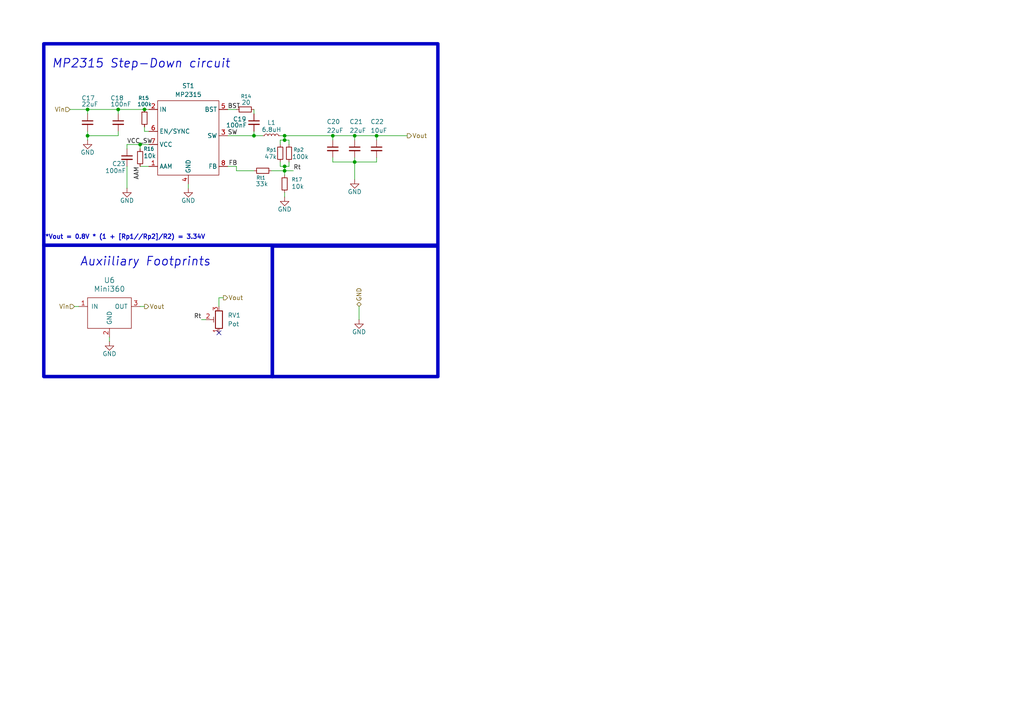
<source format=kicad_sch>
(kicad_sch (version 20250114) (generator "eeschema") (generator_version "9.0")
  (paper "A4")
  (lib_symbols
    (symbol "Device:C_Small" (pin_numbers (hide yes)) (pin_names (offset 0.254) (hide yes))
      (property "Reference" "C" (at 0.254 1.778 0))
      (property "Value" "C_Small" (at 0.254 -2.032 0))
      (symbol "C_Small_0_1"
        (polyline (pts (xy -1.524 0.508) (xy 1.524 0.508)) (stroke (width 0.3048)))
        (polyline (pts (xy -1.524 -0.508) (xy 1.524 -0.508)) (stroke (width 0.3302)))
      )
      (symbol "C_Small_1_1"
        (pin passive line (at 0 2.54 270) (length 2.032) (name "~") (number "1"))
        (pin passive line (at 0 -2.54 90) (length 2.032) (name "~") (number "2"))
      )
    )
    (symbol "Device:L_Small" (pin_numbers (hide yes)) (pin_names (offset 0.254) (hide yes))
      (property "Reference" "L" (at 0.762 1.016 0))
      (property "Value" "L_Small" (at 0.762 -1.016 0))
      (symbol "L_Small_0_1"
        (arc (start 0 2.032) (mid 0.5058 1.524) (end 0 1.016))
        (arc (start 0 1.016) (mid 0.5058 0.508) (end 0 0))
        (arc (start 0 0) (mid 0.5058 -0.508) (end 0 -1.016))
        (arc (start 0 -1.016) (mid 0.5058 -1.524) (end 0 -2.032))
      )
      (symbol "L_Small_1_1"
        (pin passive line (at 0 2.54 270) (length 0.508) (name "~") (number "1"))
        (pin passive line (at 0 -2.54 90) (length 0.508) (name "~") (number "2"))
      )
    )
    (symbol "Device:R_Potentiometer_Trim" (pin_names (offset 1.016) (hide yes))
      (property "Reference" "RV" (at -4.445 0 90))
      (property "Value" "R_Potentiometer_Trim" (at -2.54 0 90))
      (symbol "R_Potentiometer_Trim_0_1"
        (rectangle (start 1.016 2.54) (end -1.016 -2.54) (stroke (width 0.254)))
        (polyline (pts (xy 1.524 0.762) (xy 1.524 -0.762)))
        (polyline (pts (xy 2.54 0) (xy 1.524 0)))
      )
      (symbol "R_Potentiometer_Trim_1_1"
        (pin passive line (at 0 3.81 270) (length 1.27) (name "1") (number "1"))
        (pin passive line (at 0 -3.81 90) (length 1.27) (name "3") (number "3"))
        (pin passive line (at 3.81 0 180) (length 1.27) (name "2") (number "2"))
      )
    )
    (symbol "Device:R_Small" (pin_numbers (hide yes)) (pin_names (offset 0.254) (hide yes))
      (property "Reference" "R" (at 0 0 90))
      (property "Value" "R_Small" (at 1.778 0 90))
      (symbol "R_Small_0_1"
        (rectangle (start -0.762 1.778) (end 0.762 -1.778) (stroke (width 0.2032)))
      )
      (symbol "R_Small_1_1"
        (pin passive line (at 0 2.54 270) (length 0.762) (name "~") (number "1"))
        (pin passive line (at 0 -2.54 90) (length 0.762) (name "~") (number "2"))
      )
    )
    (symbol "MixLib:MP2315GJ"
      (property "Reference" "U" (at -3.556 7.62 0))
      (property "Value" "MP2315" (at -0.508 5.588 0))
      (symbol "MP2315GJ_0_1"
        (rectangle (start -8.89 10.16) (end 8.89 -11.43))
      )
      (symbol "MP2315GJ_1_1"
        (pin power_in line (at -11.43 7.62 0) (length 2.54) (name "IN") (number "2"))
        (pin bidirectional line (at -11.43 1.27 0) (length 2.54) (name "EN/SYNC") (number "6"))
        (pin output line (at -11.43 -2.54 0) (length 2.54) (name "VCC") (number "7"))
        (pin input line (at -11.43 -8.89 0) (length 2.54) (name "AAM") (number "1"))
        (pin power_in line (at 0 -13.97 90) (length 2.54) (name "GND") (number "4"))
        (pin input line (at 11.43 7.62 180) (length 2.54) (name "BST") (number "5"))
        (pin bidirectional line (at 11.43 0 180) (length 2.54) (name "SW") (number "3"))
        (pin bidirectional line (at 11.43 -8.89 180) (length 2.54) (name "FB") (number "8"))
      )
    )
    (symbol "MixLib:Mini360" (pin_names (offset 1.016))
      (property "Reference" "U" (at -8.89 -1.016 0))
      (property "Value" "Mini360" (at -4.572 8.128 0))
      (symbol "Mini360_1_1"
        (rectangle (start -10.16 6.35) (end 2.54 -2.54))
        (pin power_in line (at -12.7 3.81 0) (length 2.54) (name "IN") (number "1"))
        (pin power_out line (at -3.81 -5.08 90) (length 2.54) (name "GND") (number "2"))
        (pin power_out line (at 5.08 3.81 180) (length 2.54) (name "OUT") (number "3"))
      )
    )
    (symbol "power:GND" (power) (pin_numbers (hide yes)) (pin_names (offset 0) (hide yes))
      (property "Value" "GND" (at 0 -3.81 0))
      (symbol "GND_0_1"
        (polyline (pts (xy 0 0) (xy 0 -1.27) (xy 1.27 -1.27) (xy 0 -2.54) (xy -1.27 -1.27) (xy 0 -1.27)))
      )
      (symbol "GND_1_1"
        (pin power_in line (at 0 0 270) (length 0) (name "~") (number "1"))
      )
    )
  )
  (rectangle (start 12.7 12.7) (end 127 71.12) (stroke (width 1)))
  (rectangle (start 78.994 71.374) (end 127 109.22) (stroke (width 1)))
  (rectangle (start 12.7 71.12) (end 78.994 109.22) (stroke (width 1)))
  (text "*Vout = 0.8V * (1 + [Rp1//Rp2]/R2) = 3.34V" (at 36.322 68.834 0) (effects (font (size 1.27 1.27) (thickness 0.254) (bold yes))))
  (text "Auxiiliary Footprints\n\n" (at 42.164 77.978 0) (effects (font (size 2.5 2.5) (thickness 0.254) (bold yes) (italic yes))))
  (text "MP2315 Step-Down circuit\n" (at 40.894 18.542 0) (effects (font (size 2.5 2.5) (thickness 0.254) (bold yes) (italic yes))))
  (junction (at 82.55 39.37))
  (junction (at 25.4 39.37))
  (junction (at 34.29 31.75))
  (junction (at 102.87 46.99))
  (junction (at 82.55 48.26))
  (junction (at 41.91 31.75))
  (junction (at 73.66 39.37))
  (junction (at 25.4 31.75))
  (junction (at 96.52 39.37))
  (junction (at 109.22 39.37))
  (junction (at 82.55 49.53))
  (junction (at 40.64 41.91))
  (junction (at 102.87 39.37))
  (junction (at 82.55 40.64))
  (no_connect (at 63.5 96.52))
  (wire (pts (xy 21.59 88.9) (xy 22.86 88.9)))
  (wire (pts (xy 64.77 86.36) (xy 63.5 86.36)))
  (wire (pts (xy 82.55 40.64) (xy 82.55 39.37)))
  (wire (pts (xy 68.58 49.53) (xy 68.58 48.26)))
  (wire (pts (xy 109.22 39.37) (xy 118.11 39.37)))
  (wire (pts (xy 102.87 46.99) (xy 102.87 52.07)))
  (wire (pts (xy 109.22 46.99) (xy 109.22 45.72)))
  (wire (pts (xy 34.29 38.1) (xy 34.29 39.37)))
  (wire (pts (xy 82.55 40.64) (xy 83.82 40.64)))
  (wire (pts (xy 96.52 39.37) (xy 96.52 40.64)))
  (wire (pts (xy 36.83 43.18) (xy 36.83 41.91)))
  (wire (pts (xy 41.91 31.75) (xy 43.18 31.75)))
  (wire (pts (xy 102.87 45.72) (xy 102.87 46.99)))
  (wire (pts (xy 96.52 46.99) (xy 102.87 46.99)))
  (wire (pts (xy 81.28 46.99) (xy 81.28 48.26)))
  (wire (pts (xy 25.4 39.37) (xy 34.29 39.37)))
  (wire (pts (xy 41.91 38.1) (xy 43.18 38.1)))
  (wire (pts (xy 73.66 39.37) (xy 76.2 39.37)))
  (wire (pts (xy 82.55 39.37) (xy 96.52 39.37)))
  (wire (pts (xy 104.14 88.9) (xy 104.14 92.71)))
  (wire (pts (xy 81.28 48.26) (xy 82.55 48.26)))
  (wire (pts (xy 25.4 33.02) (xy 25.4 31.75)))
  (wire (pts (xy 82.55 48.26) (xy 82.55 49.53)))
  (wire (pts (xy 82.55 55.88) (xy 82.55 57.15)))
  (wire (pts (xy 36.83 41.91) (xy 40.64 41.91)))
  (wire (pts (xy 102.87 39.37) (xy 109.22 39.37)))
  (wire (pts (xy 81.28 40.64) (xy 81.28 41.91)))
  (wire (pts (xy 96.52 46.99) (xy 96.52 45.72)))
  (wire (pts (xy 96.52 39.37) (xy 102.87 39.37)))
  (wire (pts (xy 25.4 31.75) (xy 34.29 31.75)))
  (wire (pts (xy 83.82 40.64) (xy 83.82 41.91)))
  (wire (pts (xy 73.66 38.1) (xy 73.66 39.37)))
  (wire (pts (xy 25.4 40.64) (xy 25.4 39.37)))
  (wire (pts (xy 82.55 48.26) (xy 83.82 48.26)))
  (wire (pts (xy 41.91 36.83) (xy 41.91 38.1)))
  (wire (pts (xy 68.58 49.53) (xy 73.66 49.53)))
  (wire (pts (xy 40.64 88.9) (xy 41.91 88.9)))
  (wire (pts (xy 63.5 86.36) (xy 63.5 88.9)))
  (wire (pts (xy 34.29 31.75) (xy 41.91 31.75)))
  (wire (pts (xy 40.64 41.91) (xy 40.64 43.18)))
  (wire (pts (xy 40.64 48.26) (xy 43.18 48.26)))
  (wire (pts (xy 109.22 39.37) (xy 109.22 40.64)))
  (wire (pts (xy 81.28 39.37) (xy 82.55 39.37)))
  (wire (pts (xy 102.87 46.99) (xy 109.22 46.99)))
  (wire (pts (xy 36.83 48.26) (xy 36.83 54.61)))
  (wire (pts (xy 25.4 38.1) (xy 25.4 39.37)))
  (wire (pts (xy 83.82 48.26) (xy 83.82 46.99)))
  (wire (pts (xy 81.28 40.64) (xy 82.55 40.64)))
  (wire (pts (xy 82.55 49.53) (xy 85.09 49.53)))
  (wire (pts (xy 102.87 39.37) (xy 102.87 40.64)))
  (wire (pts (xy 68.58 48.26) (xy 66.04 48.26)))
  (wire (pts (xy 20.32 31.75) (xy 25.4 31.75)))
  (wire (pts (xy 82.55 49.53) (xy 82.55 50.8)))
  (wire (pts (xy 40.64 41.91) (xy 43.18 41.91)))
  (wire (pts (xy 66.04 31.75) (xy 68.58 31.75)))
  (wire (pts (xy 54.61 53.34) (xy 54.61 54.61)))
  (wire (pts (xy 58.42 92.71) (xy 59.69 92.71)))
  (wire (pts (xy 78.74 49.53) (xy 82.55 49.53)))
  (wire (pts (xy 34.29 31.75) (xy 34.29 33.02)))
  (wire (pts (xy 73.66 31.75) (xy 73.66 33.02)))
  (wire (pts (xy 66.04 39.37) (xy 73.66 39.37)))
  (wire (pts (xy 31.75 97.79) (xy 31.75 99.06)))
  (label "BST" (at 66.04 31.75 0))
  (label "AAM" (at 40.64 48.26 270))
  (label "SW" (at 66.04 39.37 0))
  (label "Rt" (at 85.09 49.53 0))
  (label "Rt" (at 58.42 92.71 180))
  (label "FB" (at 66.294 48.26 0))
  (label "VCC_SW" (at 36.83 41.91 0))
  (hierarchical_label "Vout" (shape output) (at 64.77 86.36 0))
  (hierarchical_label "Vout" (shape output) (at 41.91 88.9 0))
  (hierarchical_label "GND" (shape bidirectional) (at 104.14 88.9 90))
  (hierarchical_label "Vout" (shape output) (at 118.11 39.37 0))
  (hierarchical_label "Vin" (shape input) (at 20.32 31.75 180))
  (hierarchical_label "Vin" (shape input) (at 21.59 88.9 180))
  (symbol (lib_id "power:GND") (at 82.55 57.15 0) (unit 1)
    (property "Reference" "#PWR060" (effects (hide yes)))
    (property "Value" "GND" (at 82.55 60.706 0))
    (property "Description" "Power symbol creates a global label with name \"GND\" , ground" (effects (hide yes)))
  )
  (symbol (lib_id "Device:R_Small") (at 81.28 44.45 0) (mirror x) (unit 1)
    (property "Reference" "Rp1" (at 78.74 43.434 0) (effects (font (size 1.016 1.016))))
    (property "Value" "47k" (at 78.486 45.466 0))
    (property "Footprint" "Resistor_SMD:R_0805_2012Metric" (effects (hide yes)))
    (property "Description" "Resistor, small symbol" (effects (hide yes)))
  )
  (symbol (lib_id "Device:R_Small") (at 41.91 34.29 180) (unit 1)
    (property "Reference" "R15" (at 41.656 28.448 0) (effects (font (size 1.016 1.016))))
    (property "Value" "100k" (at 41.91 30.226 0) (effects (font (size 1.1 1.1))))
    (property "Footprint" "Resistor_SMD:R_0603_1608Metric" (effects (hide yes)))
    (property "Description" "Resistor, small symbol" (effects (hide yes)))
  )
  (symbol (lib_id "Device:R_Small") (at 71.12 31.75 270) (unit 1)
    (property "Reference" "R14" (at 71.374 27.94 90) (effects (font (size 1.016 1.016))))
    (property "Value" "20" (at 71.374 29.718 90))
    (property "Footprint" "Resistor_SMD:R_0805_2012Metric" (effects (hide yes)))
    (property "Description" "Resistor, small symbol" (effects (hide yes)))
  )
  (symbol (lib_id "Device:C_Small") (at 96.52 43.18 0) (unit 1)
    (property "Reference" "C20" (at 94.742 35.306 0) (effects (justify left)))
    (property "Value" "22uF" (at 94.742 37.846 0) (effects (justify left)))
    (property "Footprint" "Capacitor_SMD:C_0805_2012Metric" (effects (hide yes)))
    (property "Description" "Unpolarized capacitor, small symbol" (effects (hide yes)))
  )
  (symbol (lib_id "Device:R_Small") (at 76.2 49.53 90) (unit 1)
    (property "Reference" "Rt1" (at 75.692 51.562 90) (effects (font (size 1.016 1.016))))
    (property "Value" "33k" (at 75.946 53.34 90))
    (property "Footprint" "Resistor_SMD:R_0603_1608Metric" (effects (hide yes)))
    (property "Description" "Resistor, small symbol" (effects (hide yes)))
  )
  (symbol (lib_id "power:GND") (at 25.4 40.64 0) (unit 1)
    (property "Reference" "#PWR056" (effects (hide yes)))
    (property "Value" "GND" (at 25.4 44.196 0))
    (property "Description" "Power symbol creates a global label with name \"GND\" , ground" (effects (hide yes)))
  )
  (symbol (lib_id "Device:C_Small") (at 36.83 45.72 0) (unit 1)
    (property "Reference" "C23" (at 32.512 47.498 0) (effects (justify left)))
    (property "Value" "100nF" (at 30.48 49.53 0) (effects (justify left)))
    (property "Footprint" "Capacitor_SMD:C_0603_1608Metric" (effects (hide yes)))
    (property "Description" "Unpolarized capacitor, small symbol" (effects (hide yes)))
  )
  (symbol (lib_id "Device:C_Small") (at 34.29 35.56 0) (unit 1)
    (property "Reference" "C18" (at 32.004 28.448 0) (effects (justify left)))
    (property "Value" "100nF" (at 32.004 30.226 0) (effects (justify left)))
    (property "Footprint" "Capacitor_SMD:C_0603_1608Metric" (effects (hide yes)))
    (property "Description" "Unpolarized capacitor, small symbol" (effects (hide yes)))
  )
  (symbol (lib_id "power:GND") (at 36.83 54.61 0) (unit 1)
    (property "Reference" "#PWR057" (effects (hide yes)))
    (property "Value" "GND" (at 36.83 58.166 0))
    (property "Description" "Power symbol creates a global label with name \"GND\" , ground" (effects (hide yes)))
  )
  (symbol (lib_id "Device:C_Small") (at 109.22 43.18 0) (unit 1)
    (property "Reference" "C22" (at 107.442 35.306 0) (effects (justify left)))
    (property "Value" "10uF" (at 107.442 37.846 0) (effects (justify left)))
    (property "Footprint" "Capacitor_SMD:C_0805_2012Metric" (effects (hide yes)))
    (property "Description" "Unpolarized capacitor, small symbol" (effects (hide yes)))
  )
  (symbol (lib_id "power:GND") (at 102.87 52.07 0) (unit 1)
    (property "Reference" "#PWR059" (effects (hide yes)))
    (property "Value" "GND" (at 102.87 55.626 0))
    (property "Description" "Power symbol creates a global label with name \"GND\" , ground" (effects (hide yes)))
  )
  (symbol (lib_id "Device:C_Small") (at 73.66 35.56 0) (unit 1)
    (property "Reference" "C19" (at 67.564 34.544 0) (effects (justify left)))
    (property "Value" "100nF" (at 65.532 36.322 0) (effects (justify left)))
    (property "Footprint" "Capacitor_SMD:C_0603_1608Metric" (effects (hide yes)))
    (property "Description" "Unpolarized capacitor, small symbol" (effects (hide yes)))
  )
  (symbol (lib_id "Device:R_Small") (at 82.55 53.34 180) (unit 1)
    (property "Reference" "R17" (at 86.106 52.07 0) (effects (font (size 1.016 1.016))))
    (property "Value" "10k" (at 86.36 54.102 0))
    (property "Footprint" "Resistor_SMD:R_0805_2012Metric" (effects (hide yes)))
    (property "Description" "Resistor, small symbol" (effects (hide yes)))
  )
  (symbol (lib_id "Device:L_Small") (at 78.74 39.37 90) (unit 1)
    (property "Reference" "L1" (at 78.74 35.56 90))
    (property "Value" "6.8uH" (at 78.74 37.592 90))
    (property "Footprint" "Inductor_SMD:L_TDK_SLF6025" (effects (hide yes)))
    (property "Description" "Inductor, small symbol" (effects (hide yes)))
  )
  (symbol (lib_id "Device:R_Small") (at 83.82 44.45 180) (unit 1)
    (property "Reference" "Rp2" (at 86.614 43.434 0) (effects (font (size 1.016 1.016))))
    (property "Value" "100k" (at 87.122 45.466 0))
    (property "Footprint" "Resistor_SMD:R_0805_2012Metric" (effects (hide yes)))
    (property "Description" "Resistor, small symbol" (effects (hide yes)))
  )
  (symbol (lib_id "power:GND") (at 104.14 92.71 0) (unit 1)
    (property "Reference" "#PWR061" (effects (hide yes)))
    (property "Value" "GND" (at 104.14 96.266 0))
    (property "Description" "Power symbol creates a global label with name \"GND\" , ground" (effects (hide yes)))
  )
  (symbol (lib_id "power:GND") (at 54.61 54.61 0) (unit 1)
    (property "Reference" "#PWR058" (effects (hide yes)))
    (property "Value" "GND" (at 54.61 58.166 0))
    (property "Description" "Power symbol creates a global label with name \"GND\" , ground" (effects (hide yes)))
  )
  (symbol (lib_id "MixLib:MP2315GJ") (at 54.61 39.37 0) (unit 1)
    (property "Reference" "ST1" (at 54.61 24.892 0))
    (property "Value" "MP2315" (at 54.61 27.432 0))
    (property "Footprint" "Package_TO_SOT_SMD:TSOT-23-8" (effects (hide yes)))
  )
  (symbol (lib_id "Device:C_Small") (at 25.4 35.56 0) (unit 1)
    (property "Reference" "C17" (at 23.622 28.448 0) (effects (justify left)))
    (property "Value" "22uF" (at 23.622 30.226 0) (effects (justify left)))
    (property "Footprint" "Capacitor_SMD:C_0805_2012Metric" (effects (hide yes)))
    (property "Description" "Unpolarized capacitor, small symbol" (effects (hide yes)))
  )
  (symbol (lib_id "MixLib:Mini360") (at 35.56 92.71 0) (unit 1)
    (property "Reference" "U6" (at 31.75 81.28 0) (effects (font (size 1.524 1.524))))
    (property "Value" "Mini360" (at 31.75 83.82 0) (effects (font (size 1.524 1.524))))
    (property "Footprint" "MixLib:Mini360_step-down" (effects (hide yes)))
  )
  (symbol (lib_id "power:GND") (at 31.75 99.06 0) (unit 1)
    (property "Reference" "#PWR062" (effects (hide yes)))
    (property "Value" "GND" (at 31.75 102.616 0))
    (property "Description" "Power symbol creates a global label with name \"GND\" , ground" (effects (hide yes)))
  )
  (symbol (lib_id "Device:C_Small") (at 102.87 43.18 0) (unit 1)
    (property "Reference" "C21" (at 101.346 35.306 0) (effects (justify left)))
    (property "Value" "22uF" (at 101.346 37.846 0) (effects (justify left)))
    (property "Footprint" "Capacitor_SMD:C_0805_2012Metric" (effects (hide yes)))
    (property "Description" "Unpolarized capacitor, small symbol" (effects (hide yes)))
  )
  (symbol (lib_id "Device:R_Small") (at 40.64 45.72 180) (unit 1)
    (property "Reference" "R16" (at 43.18 43.18 0) (effects (font (size 1.016 1.016))))
    (property "Value" "10k" (at 43.434 45.212 0))
    (property "Footprint" "Resistor_SMD:R_0603_1608Metric" (effects (hide yes)))
    (property "Description" "Resistor, small symbol" (effects (hide yes)))
  )
  (symbol (lib_id "Device:R_Potentiometer_Trim") (at 63.5 92.71 180) (unit 1)
    (property "Reference" "RV1" (at 66.04 91.4399 0) (effects (justify right)))
    (property "Value" "Pot" (at 66.04 93.9799 0) (effects (justify right)))
    (property "Footprint" "Potentiometer_SMD:Potentiometer_Vishay_TS53YJ_Vertical" (effects (hide yes)))
    (property "Description" "Trim-potentiometer" (effects (hide yes)))
  )
)
</source>
